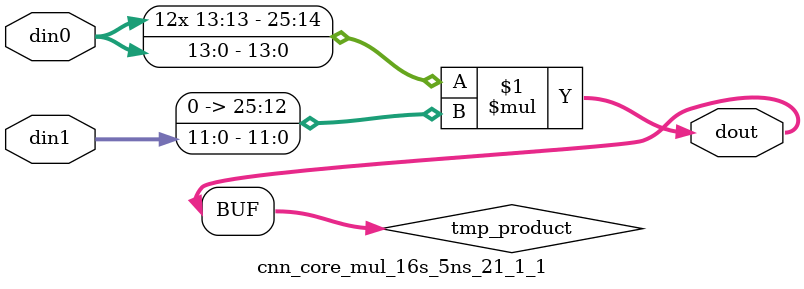
<source format=v>

`timescale 1 ns / 1 ps

  module cnn_core_mul_16s_5ns_21_1_1(din0, din1, dout);
parameter ID = 1;
parameter NUM_STAGE = 0;
parameter din0_WIDTH = 14;
parameter din1_WIDTH = 12;
parameter dout_WIDTH = 26;

input [din0_WIDTH - 1 : 0] din0; 
input [din1_WIDTH - 1 : 0] din1; 
output [dout_WIDTH - 1 : 0] dout;

wire signed [dout_WIDTH - 1 : 0] tmp_product;












assign tmp_product = $signed(din0) * $signed({1'b0, din1});









assign dout = tmp_product;







endmodule

</source>
